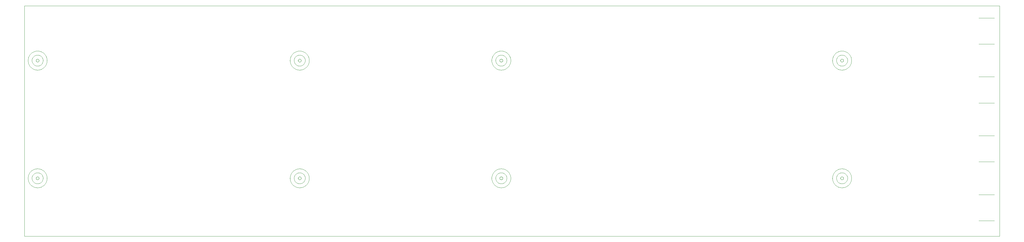
<source format=gbs>
*%FSLAX23Y23*%
*%MOIN*%
G01*
D11*
X4162Y5727D02*
X15879D01*
Y8502D02*
X4162D01*
Y5727D01*
X15879D02*
Y8502D01*
D25*
X15651Y5774D02*
D03*
X15442Y8042D02*
D03*
Y7325D02*
D03*
X15540Y7050D02*
D03*
X15577Y7325D02*
D03*
X15540Y7766D02*
D03*
X15577Y8042D02*
D03*
X15576Y8361D02*
D03*
Y7644D02*
D03*
Y6936D02*
D03*
X15442Y6617D02*
D03*
Y5912D02*
D03*
X15577Y5912D02*
D03*
X15540Y6341D02*
D03*
X15577Y6616D02*
D03*
X15576Y6231D02*
D03*
X15268Y7136D02*
D03*
X15268Y7853D02*
D03*
X15280Y5995D02*
D03*
X15268Y6428D02*
D03*
X15048Y7747D02*
D03*
Y7034D02*
D03*
X15154Y7251D02*
D03*
X15154Y7967D02*
D03*
X15048Y6325D02*
D03*
X15154Y6542D02*
D03*
Y5837D02*
D03*
X14957Y7302D02*
D03*
Y7349D02*
D03*
X14957Y8018D02*
D03*
Y8066D02*
D03*
X14973Y7251D02*
D03*
Y7967D02*
D03*
X14957Y6640D02*
D03*
Y6593D02*
D03*
Y5888D02*
D03*
Y5936D02*
D03*
X14946Y6085D02*
D03*
X14973Y5837D02*
D03*
Y6542D02*
D03*
X14659Y7248D02*
D03*
X14649Y7377D02*
D03*
Y8092D02*
D03*
X14657Y6901D02*
D03*
X14650Y7992D02*
D03*
X14725Y7208D02*
D03*
Y7445D02*
D03*
Y7925D02*
D03*
X14727Y8161D02*
D03*
X14717Y7997D02*
D03*
X14718Y8087D02*
D03*
X14717Y7287D02*
D03*
X14716Y7369D02*
D03*
X14697Y7325D02*
D03*
X14697Y8042D02*
D03*
X14658Y6687D02*
D03*
X14661Y6537D02*
D03*
X14657Y6795D02*
D03*
X14664Y5831D02*
D03*
X14667Y5995D02*
D03*
X14726Y6734D02*
D03*
X14725Y6498D02*
D03*
Y5794D02*
D03*
X14718Y5866D02*
D03*
Y5958D02*
D03*
X14716Y6573D02*
D03*
X14715Y6660D02*
D03*
X14697Y6617D02*
D03*
Y5912D02*
D03*
X14726Y6030D02*
D03*
X14632Y6990D02*
D03*
X14463Y8092D02*
D03*
X14461Y7474D02*
D03*
X14472Y7906D02*
D03*
Y7824D02*
D03*
Y7740D02*
D03*
Y7551D02*
D03*
Y7992D02*
D03*
X14473Y7649D02*
D03*
X14549Y8092D02*
D03*
X14615Y7167D02*
D03*
X14564Y7321D02*
D03*
X14520Y6918D02*
D03*
X14516Y7017D02*
D03*
X14511Y7153D02*
D03*
Y7254D02*
D03*
X14564Y7992D02*
D03*
X14471Y6658D02*
D03*
X14472Y6050D02*
D03*
Y6285D02*
D03*
Y6415D02*
D03*
Y6533D02*
D03*
X14513Y5862D02*
D03*
X14606D02*
D03*
X14556Y6684D02*
D03*
X14557Y6801D02*
D03*
X14591Y6583D02*
D03*
X14609Y5963D02*
D03*
X14516D02*
D03*
X14471Y6175D02*
D03*
X14401Y6917D02*
D03*
X14395Y7153D02*
D03*
X14387Y7254D02*
D03*
X14398Y8065D02*
D03*
X14399Y7430D02*
D03*
X14372Y7994D02*
D03*
Y7645D02*
D03*
Y7741D02*
D03*
Y7552D02*
D03*
Y7825D02*
D03*
Y7907D02*
D03*
X14397Y7017D02*
D03*
X14319Y7529D02*
D03*
X14321Y7429D02*
D03*
X14258Y6641D02*
D03*
X14374Y5934D02*
D03*
X14414Y5876D02*
D03*
X14384Y6742D02*
D03*
X14372Y6414D02*
D03*
Y6050D02*
D03*
Y6286D02*
D03*
Y6535D02*
D03*
X14371Y6641D02*
D03*
X14373Y6177D02*
D03*
X14251Y6917D02*
D03*
X14111D02*
D03*
X14250Y7017D02*
D03*
X14111D02*
D03*
X14107Y7153D02*
D03*
X14248D02*
D03*
X14247Y7254D02*
D03*
X14106D02*
D03*
X14115Y8081D02*
D03*
X14196Y7529D02*
D03*
X14197Y7429D02*
D03*
X14108Y6742D02*
D03*
X14110Y6641D02*
D03*
X14256Y6742D02*
D03*
X13948Y6918D02*
D03*
X13946Y7017D02*
D03*
X13941Y7153D02*
D03*
X13943Y7254D02*
D03*
X13977Y8081D02*
D03*
X13915Y7529D02*
D03*
X14055D02*
D03*
X13916Y7429D02*
D03*
X14057D02*
D03*
X13949Y6641D02*
D03*
X13948Y6742D02*
D03*
X13735Y6917D02*
D03*
Y7017D02*
D03*
Y7153D02*
D03*
X13734Y7253D02*
D03*
X13728Y7529D02*
D03*
X13732Y7429D02*
D03*
X13847Y8129D02*
D03*
X13757Y7916D02*
D03*
X13735Y6641D02*
D03*
X13733Y6742D02*
D03*
X13702Y6030D02*
D03*
X13485Y8373D02*
D03*
Y8239D02*
D03*
Y8306D02*
D03*
X13639Y7798D02*
D03*
X13584Y7046D02*
D03*
X13501Y6967D02*
D03*
X13540Y7007D02*
D03*
X13501Y7046D02*
D03*
X13540Y7046D02*
D03*
X13501Y7085D02*
D03*
Y7203D02*
D03*
X13540Y7243D02*
D03*
Y7282D02*
D03*
X13501Y7479D02*
D03*
X13501Y7518D02*
D03*
X13540Y7558D02*
D03*
Y7597D02*
D03*
Y7085D02*
D03*
X13497Y8168D02*
D03*
X13639Y8133D02*
D03*
X13540Y7361D02*
D03*
X13651Y8010D02*
D03*
X13540Y7321D02*
D03*
Y7676D02*
D03*
X13580Y7125D02*
D03*
X13540Y6888D02*
D03*
X13501Y7636D02*
D03*
X13493Y5770D02*
D03*
X13595Y6483D02*
D03*
X13501Y6573D02*
D03*
Y6613D02*
D03*
Y6692D02*
D03*
Y6731D02*
D03*
X13540Y6770D02*
D03*
Y6810D02*
D03*
X13540Y6613D02*
D03*
X13501Y6652D02*
D03*
X13540Y6573D02*
D03*
X13548Y5790D02*
D03*
Y5857D02*
D03*
Y5924D02*
D03*
X13560Y5995D02*
D03*
X13556Y6066D02*
D03*
Y6136D02*
D03*
Y6211D02*
D03*
Y6282D02*
D03*
X13454Y7861D02*
D03*
X13316Y8136D02*
D03*
X13343Y7243D02*
D03*
X13462Y7676D02*
D03*
X13422D02*
D03*
X13383D02*
D03*
X13343Y7676D02*
D03*
X13462Y7046D02*
D03*
Y7243D02*
D03*
X13422Y6888D02*
D03*
X13304Y7440D02*
D03*
X13343Y7518D02*
D03*
X13304Y7125D02*
D03*
X13343D02*
D03*
X13343Y7085D02*
D03*
X13383D02*
D03*
X13462Y7479D02*
D03*
Y7203D02*
D03*
X13462Y7007D02*
D03*
X13304Y7676D02*
D03*
X13462Y7597D02*
D03*
X13422Y7558D02*
D03*
X13462Y7400D02*
D03*
X13383Y7518D02*
D03*
X13343Y6018D02*
D03*
X13462Y6652D02*
D03*
X13383Y6731D02*
D03*
X13462Y6534D02*
D03*
X13422Y6573D02*
D03*
X13383D02*
D03*
X13343D02*
D03*
X13304Y6613D02*
D03*
Y6692D02*
D03*
X13462Y6573D02*
D03*
X13422Y6613D02*
D03*
X13383D02*
D03*
X13343D02*
D03*
X13462Y6692D02*
D03*
X13422D02*
D03*
X13383Y6652D02*
D03*
X13343Y6652D02*
D03*
X13304Y6652D02*
D03*
X13343Y6692D02*
D03*
X13304Y6770D02*
D03*
X13462Y6770D02*
D03*
X13304Y6573D02*
D03*
X13225Y7321D02*
D03*
Y7282D02*
D03*
Y7243D02*
D03*
Y7203D02*
D03*
Y7164D02*
D03*
Y7125D02*
D03*
Y7085D02*
D03*
Y7046D02*
D03*
Y7007D02*
D03*
Y6967D02*
D03*
Y6888D02*
D03*
Y6928D02*
D03*
Y7361D02*
D03*
X13151Y7786D02*
D03*
X13158Y7869D02*
D03*
X13225Y8034D02*
D03*
X13265Y7440D02*
D03*
X13147Y6928D02*
D03*
X13107Y7361D02*
D03*
X13147D02*
D03*
X13186D02*
D03*
X13147Y7243D02*
D03*
Y7203D02*
D03*
Y7125D02*
D03*
Y7046D02*
D03*
Y7007D02*
D03*
X13107Y6967D02*
D03*
X13265Y7400D02*
D03*
X13186Y6888D02*
D03*
X13147D02*
D03*
Y7164D02*
D03*
Y7085D02*
D03*
X13107Y7282D02*
D03*
X13147D02*
D03*
X13107Y7243D02*
D03*
Y7164D02*
D03*
Y7085D02*
D03*
Y7046D02*
D03*
X13147Y6967D02*
D03*
X13107Y7007D02*
D03*
X13186Y7636D02*
D03*
X13147Y7479D02*
D03*
X13095Y6286D02*
D03*
X13158Y5814D02*
D03*
X13186Y6770D02*
D03*
X13225Y6731D02*
D03*
X13186Y6613D02*
D03*
X13265Y6692D02*
D03*
X13225Y6692D02*
D03*
X13186D02*
D03*
X13147Y6692D02*
D03*
X13107D02*
D03*
X13265Y6731D02*
D03*
X13186D02*
D03*
X13147Y6770D02*
D03*
X13107Y6731D02*
D03*
Y6770D02*
D03*
X13265Y6652D02*
D03*
X13225D02*
D03*
X13237Y5904D02*
D03*
X13127Y6286D02*
D03*
X13068Y7361D02*
D03*
Y7479D02*
D03*
Y7282D02*
D03*
Y6967D02*
D03*
Y7007D02*
D03*
Y7203D02*
D03*
Y7164D02*
D03*
Y7125D02*
D03*
Y7085D02*
D03*
Y7046D02*
D03*
Y6692D02*
D03*
X12950Y7440D02*
D03*
X12910D02*
D03*
Y7479D02*
D03*
Y7400D02*
D03*
X12950D02*
D03*
X12910Y7597D02*
D03*
X12950Y7479D02*
D03*
X12910Y7636D02*
D03*
X12950Y7597D02*
D03*
Y7636D02*
D03*
X12910Y7825D02*
D03*
X12989Y6928D02*
D03*
X12910Y7361D02*
D03*
X12989Y6888D02*
D03*
X13029Y6967D02*
D03*
X12910D02*
D03*
X12910Y7558D02*
D03*
X12950Y7558D02*
D03*
X12950Y7518D02*
D03*
X12910Y7558D02*
D03*
X12950Y7518D02*
D03*
Y7558D02*
D03*
X13029Y7361D02*
D03*
X12950D02*
D03*
X13029Y7282D02*
D03*
X12989D02*
D03*
X12950D02*
D03*
X12910D02*
D03*
X12950Y6967D02*
D03*
X12989D02*
D03*
X12910Y7085D02*
D03*
Y7164D02*
D03*
X12950Y7125D02*
D03*
X12910D02*
D03*
X12950Y7046D02*
D03*
X12910Y7007D02*
D03*
X12950D02*
D03*
X13029D02*
D03*
X12989D02*
D03*
Y7046D02*
D03*
Y7085D02*
D03*
X13029Y7046D02*
D03*
X12950Y7085D02*
D03*
X12910Y7046D02*
D03*
X13029Y7243D02*
D03*
X12989D02*
D03*
X13029Y7203D02*
D03*
Y7164D02*
D03*
X12989Y7203D02*
D03*
X12950Y7243D02*
D03*
Y7203D02*
D03*
X12989Y7164D02*
D03*
X13029Y7125D02*
D03*
Y7085D02*
D03*
X12989Y7125D02*
D03*
X12950Y7164D02*
D03*
X12910Y7203D02*
D03*
Y7518D02*
D03*
X12891Y6109D02*
D03*
X13009Y6077D02*
D03*
X12989Y6416D02*
D03*
X12942Y6077D02*
D03*
X13029Y6770D02*
D03*
X13029Y6613D02*
D03*
X13029Y6692D02*
D03*
X12989D02*
D03*
X12950Y6692D02*
D03*
X12910D02*
D03*
X12989Y6731D02*
D03*
X12950Y6613D02*
D03*
X12910D02*
D03*
X13029Y6652D02*
D03*
X12989Y6652D02*
D03*
X12950D02*
D03*
X12910Y6652D02*
D03*
X12950Y6731D02*
D03*
X12989Y6570D02*
D03*
X12946Y5873D02*
D03*
Y5912D02*
D03*
X12918Y5932D02*
D03*
Y5892D02*
D03*
X13009Y6207D02*
D03*
X13032Y6227D02*
D03*
X13056Y6247D02*
D03*
X13060Y6286D02*
D03*
X12914Y6129D02*
D03*
X12938Y6148D02*
D03*
X12962Y6168D02*
D03*
X12985Y6188D02*
D03*
X12871Y7597D02*
D03*
Y7636D02*
D03*
X12714Y7479D02*
D03*
X12832D02*
D03*
X12879Y8121D02*
D03*
X12714Y7636D02*
D03*
X12851Y7723D02*
D03*
X12792Y7676D02*
D03*
X12879Y8199D02*
D03*
X12832Y6928D02*
D03*
X12871Y7282D02*
D03*
X12753Y7046D02*
D03*
Y7203D02*
D03*
Y7164D02*
D03*
X12832Y7125D02*
D03*
Y7164D02*
D03*
Y7203D02*
D03*
Y7007D02*
D03*
X12714Y7361D02*
D03*
Y7400D02*
D03*
X12753Y7636D02*
D03*
X12714Y7164D02*
D03*
X12714Y7125D02*
D03*
X12792Y7597D02*
D03*
X12832D02*
D03*
Y7636D02*
D03*
X12714Y7440D02*
D03*
X12753Y7479D02*
D03*
X12714Y7558D02*
D03*
X12753Y7518D02*
D03*
X12714Y7597D02*
D03*
X12753D02*
D03*
Y7636D02*
D03*
X12792Y7558D02*
D03*
X12832Y7518D02*
D03*
Y7558D02*
D03*
X12871Y7518D02*
D03*
Y7558D02*
D03*
X12714Y7518D02*
D03*
X12753Y7558D02*
D03*
X12832Y6888D02*
D03*
X12792D02*
D03*
X12753D02*
D03*
Y6928D02*
D03*
Y6967D02*
D03*
Y7007D02*
D03*
Y7085D02*
D03*
X12871Y7361D02*
D03*
X12753Y7321D02*
D03*
Y7282D02*
D03*
Y7243D02*
D03*
X12832Y7361D02*
D03*
X12792D02*
D03*
X12753D02*
D03*
X12832Y7085D02*
D03*
Y7046D02*
D03*
Y7243D02*
D03*
X12871Y6967D02*
D03*
Y7203D02*
D03*
Y7164D02*
D03*
Y7085D02*
D03*
Y7046D02*
D03*
Y7007D02*
D03*
X12832Y6967D02*
D03*
Y7282D02*
D03*
X12871Y7243D02*
D03*
X12792Y7636D02*
D03*
X12714Y7676D02*
D03*
X12761Y7999D02*
D03*
X12714Y7518D02*
D03*
X12792Y7479D02*
D03*
Y7597D02*
D03*
X12832D02*
D03*
X12757Y8318D02*
D03*
X12717Y8239D02*
D03*
X12757Y8199D02*
D03*
X12717D02*
D03*
Y8160D02*
D03*
X12757Y8357D02*
D03*
X12717D02*
D03*
X12710Y6266D02*
D03*
X12871Y6054D02*
D03*
X12871Y6692D02*
D03*
X12792Y6692D02*
D03*
X12753Y6731D02*
D03*
X12832Y6692D02*
D03*
X12714Y6534D02*
D03*
X12871Y6573D02*
D03*
X12832D02*
D03*
X12792Y6573D02*
D03*
X12871Y6613D02*
D03*
X12832D02*
D03*
X12792Y6652D02*
D03*
X12714Y6573D02*
D03*
X12792Y6613D02*
D03*
X12832Y6770D02*
D03*
X12847Y5814D02*
D03*
Y5853D02*
D03*
Y5991D02*
D03*
Y6030D02*
D03*
X12824Y5833D02*
D03*
Y5794D02*
D03*
Y6010D02*
D03*
Y5971D02*
D03*
X12517Y7636D02*
D03*
X12635Y7518D02*
D03*
Y7558D02*
D03*
X12556Y7597D02*
D03*
Y7636D02*
D03*
X12674Y7597D02*
D03*
Y7636D02*
D03*
X12595Y7558D02*
D03*
X12517Y7203D02*
D03*
X12517Y6888D02*
D03*
Y7007D02*
D03*
Y7125D02*
D03*
Y7282D02*
D03*
Y7321D02*
D03*
Y7558D02*
D03*
Y7558D02*
D03*
Y7479D02*
D03*
X12517Y7440D02*
D03*
X12517Y7400D02*
D03*
Y7597D02*
D03*
X12517Y7361D02*
D03*
Y7243D02*
D03*
X12639Y8081D02*
D03*
X12599Y8160D02*
D03*
X12560D02*
D03*
X12639Y8239D02*
D03*
X12580Y7888D02*
D03*
X12560Y8239D02*
D03*
X12595Y7636D02*
D03*
X12615Y7751D02*
D03*
X12635Y7321D02*
D03*
Y7243D02*
D03*
X12595D02*
D03*
X12595Y6888D02*
D03*
X12556D02*
D03*
Y6928D02*
D03*
X12595D02*
D03*
X12595Y7440D02*
D03*
X12674Y7361D02*
D03*
X12674Y7203D02*
D03*
Y7125D02*
D03*
X12635D02*
D03*
X12595D02*
D03*
X12556D02*
D03*
X12635Y7164D02*
D03*
X12595D02*
D03*
X12556D02*
D03*
X12635Y7203D02*
D03*
X12595D02*
D03*
X12556D02*
D03*
X12595Y7282D02*
D03*
X12556D02*
D03*
X12595Y7321D02*
D03*
X12556D02*
D03*
X12635Y7361D02*
D03*
X12595D02*
D03*
X12556D02*
D03*
X12635Y7400D02*
D03*
X12595D02*
D03*
X12556Y7400D02*
D03*
X12556Y7440D02*
D03*
X12674Y7558D02*
D03*
X12595Y7676D02*
D03*
X12635Y7597D02*
D03*
X12595D02*
D03*
X12556Y7518D02*
D03*
Y7518D02*
D03*
X12635Y7636D02*
D03*
X12556Y7243D02*
D03*
X12595Y7479D02*
D03*
X12674Y7440D02*
D03*
Y7518D02*
D03*
X12635Y7282D02*
D03*
X12599Y8199D02*
D03*
X12560Y8121D02*
D03*
X12595Y7007D02*
D03*
Y7518D02*
D03*
X12556Y7558D02*
D03*
X12595Y7597D02*
D03*
X12674Y7518D02*
D03*
Y7558D02*
D03*
X12635Y7597D02*
D03*
X12599Y8278D02*
D03*
X12560Y8357D02*
D03*
X12521Y8318D02*
D03*
X12639Y8199D02*
D03*
Y8318D02*
D03*
X12678Y8199D02*
D03*
Y8160D02*
D03*
Y8357D02*
D03*
X12517Y6692D02*
D03*
Y6731D02*
D03*
Y6810D02*
D03*
Y6849D02*
D03*
Y6613D02*
D03*
Y6573D02*
D03*
Y6652D02*
D03*
X12517Y6770D02*
D03*
X12556Y6692D02*
D03*
X12595Y6770D02*
D03*
X12595Y6692D02*
D03*
Y6731D02*
D03*
X12635Y6770D02*
D03*
X12556Y6770D02*
D03*
X12595Y6810D02*
D03*
X12556Y6810D02*
D03*
Y6849D02*
D03*
Y6613D02*
D03*
Y6573D02*
D03*
X12595Y6613D02*
D03*
X12556Y6652D02*
D03*
X12595D02*
D03*
X12595Y6573D02*
D03*
Y6849D02*
D03*
X12635Y6810D02*
D03*
X12635Y6613D02*
D03*
X12674Y6573D02*
D03*
X12635Y6652D02*
D03*
X12674Y6613D02*
D03*
X12635Y6731D02*
D03*
X12635Y6692D02*
D03*
X12674Y6652D02*
D03*
X12635Y6849D02*
D03*
X12556Y6731D02*
D03*
X12674Y6810D02*
D03*
X12662Y6109D02*
D03*
X12682Y6286D02*
D03*
X12643Y5892D02*
D03*
X12662Y6070D02*
D03*
Y6148D02*
D03*
Y6188D02*
D03*
X12686Y6247D02*
D03*
X12662Y6227D02*
D03*
X12666Y6030D02*
D03*
X12643Y6010D02*
D03*
X12619Y5991D02*
D03*
X12595Y5971D02*
D03*
X12572Y5951D02*
D03*
X12548Y5932D02*
D03*
X12525Y5912D02*
D03*
X12619Y5873D02*
D03*
X12595Y5853D02*
D03*
X12572Y5833D02*
D03*
X12548Y5814D02*
D03*
X12521Y5794D02*
D03*
X12690Y6050D02*
D03*
Y6089D02*
D03*
Y6129D02*
D03*
Y6168D02*
D03*
Y6207D02*
D03*
X12477Y7597D02*
D03*
X12442Y8003D02*
D03*
X12481Y8160D02*
D03*
X12403D02*
D03*
X12324D02*
D03*
Y8239D02*
D03*
X12438Y7719D02*
D03*
X12477Y7361D02*
D03*
X12363Y7440D02*
D03*
X12324Y7794D02*
D03*
X12438Y6888D02*
D03*
Y7046D02*
D03*
X12477Y6928D02*
D03*
Y6888D02*
D03*
Y7321D02*
D03*
Y7400D02*
D03*
Y7558D02*
D03*
Y7558D02*
D03*
Y7676D02*
D03*
Y7125D02*
D03*
X12363Y8121D02*
D03*
X12442D02*
D03*
X12481D02*
D03*
X12363Y8239D02*
D03*
X12442D02*
D03*
X12481D02*
D03*
X12477Y7046D02*
D03*
X12363Y7125D02*
D03*
X12438Y7203D02*
D03*
X12477Y7479D02*
D03*
X12387Y7381D02*
D03*
X12438Y7479D02*
D03*
X12477Y7636D02*
D03*
X12395Y7680D02*
D03*
X12403Y8278D02*
D03*
X12363Y8318D02*
D03*
X12481Y8357D02*
D03*
X12438Y7282D02*
D03*
X12442Y8357D02*
D03*
X12438Y7676D02*
D03*
X12477Y7203D02*
D03*
X12403Y6404D02*
D03*
X12332D02*
D03*
X12481Y6652D02*
D03*
X12438Y6613D02*
D03*
Y6731D02*
D03*
X12477Y6613D02*
D03*
X12477Y6692D02*
D03*
Y6731D02*
D03*
Y6849D02*
D03*
Y6573D02*
D03*
X12399Y6652D02*
D03*
X12438D02*
D03*
X12477Y6810D02*
D03*
X12438Y6573D02*
D03*
X12151Y7125D02*
D03*
X12265Y7794D02*
D03*
X12284Y8081D02*
D03*
X12127Y7144D02*
D03*
X12245Y8003D02*
D03*
X12166Y8239D02*
D03*
Y8199D02*
D03*
Y8278D02*
D03*
X12206Y8042D02*
D03*
Y8081D02*
D03*
Y8121D02*
D03*
X12284Y8239D02*
D03*
Y8278D02*
D03*
X12245D02*
D03*
Y8239D02*
D03*
Y8160D02*
D03*
Y8121D02*
D03*
X12284Y8239D02*
D03*
Y8199D02*
D03*
Y8160D02*
D03*
X12245Y8318D02*
D03*
Y8199D02*
D03*
X12206D02*
D03*
X12190Y6688D02*
D03*
X12241Y6680D02*
D03*
X11922Y7172D02*
D03*
X11997Y7396D02*
D03*
X12092Y8231D02*
D03*
X12056Y7333D02*
D03*
X11973Y8243D02*
D03*
Y8164D02*
D03*
Y8203D02*
D03*
X11934Y8243D02*
D03*
X11973Y8282D02*
D03*
X11934Y8203D02*
D03*
Y8321D02*
D03*
X11973D02*
D03*
Y8085D02*
D03*
X11934D02*
D03*
Y8125D02*
D03*
Y8007D02*
D03*
X12013Y8164D02*
D03*
X11973Y8361D02*
D03*
X12044Y7896D02*
D03*
X11934Y7967D02*
D03*
X12103Y8097D02*
D03*
X11942Y5904D02*
D03*
X11938Y6321D02*
D03*
X11954Y6140D02*
D03*
X11942Y5987D02*
D03*
X11895Y8243D02*
D03*
X11855Y8164D02*
D03*
Y8203D02*
D03*
X11816Y8164D02*
D03*
X11737D02*
D03*
X11749Y6853D02*
D03*
X11761Y7310D02*
D03*
Y7341D02*
D03*
X11769Y7038D02*
D03*
X11765Y7073D02*
D03*
X11773Y6999D02*
D03*
X11780Y6959D02*
D03*
X11737Y8243D02*
D03*
X11777Y8282D02*
D03*
X11816Y8243D02*
D03*
X11737Y8125D02*
D03*
X11816D02*
D03*
X11895Y8085D02*
D03*
X11737Y8361D02*
D03*
X11816Y8321D02*
D03*
X11895Y8164D02*
D03*
X11895Y8282D02*
D03*
X11855Y8282D02*
D03*
X11895Y8125D02*
D03*
X11816Y8007D02*
D03*
X11859Y7235D02*
D03*
X11733Y6723D02*
D03*
X11823Y6109D02*
D03*
X11802Y6691D02*
D03*
X11840Y6786D02*
D03*
X11832Y6833D02*
D03*
X11800Y6790D02*
D03*
X11863Y6117D02*
D03*
X11899Y6384D02*
D03*
X11832Y5849D02*
D03*
Y5947D02*
D03*
X11859Y6156D02*
D03*
X11903Y6093D02*
D03*
X11867Y5932D02*
D03*
X11800Y6321D02*
D03*
X11536Y7833D02*
D03*
X11540Y8243D02*
D03*
Y8085D02*
D03*
X11658Y8164D02*
D03*
X11580D02*
D03*
X11698Y8046D02*
D03*
X11698Y8243D02*
D03*
X11619D02*
D03*
X11540Y8125D02*
D03*
X11619Y8125D02*
D03*
X11698D02*
D03*
X11580Y8243D02*
D03*
X11540Y8203D02*
D03*
Y8164D02*
D03*
X11580Y8321D02*
D03*
X11540Y8282D02*
D03*
X11580Y8007D02*
D03*
X11619Y8282D02*
D03*
Y7967D02*
D03*
X11698Y8007D02*
D03*
X11658Y7967D02*
D03*
X11698Y8361D02*
D03*
X11560Y7314D02*
D03*
X11674Y7345D02*
D03*
X11566Y7465D02*
D03*
X11567Y6983D02*
D03*
X11521Y6845D02*
D03*
Y6719D02*
D03*
X11710Y5896D02*
D03*
X11609Y5952D02*
D03*
Y5901D02*
D03*
X11662Y6066D02*
D03*
X11710Y6010D02*
D03*
X11611Y6672D02*
D03*
X11559Y6219D02*
D03*
X11556Y6798D02*
D03*
X11712Y5814D02*
D03*
X11501Y8164D02*
D03*
X11501Y8243D02*
D03*
X11501Y8007D02*
D03*
X11501Y8203D02*
D03*
X11509Y6688D02*
D03*
X11332Y7755D02*
D03*
X11422Y8282D02*
D03*
X11422Y8125D02*
D03*
Y8046D02*
D03*
Y8085D02*
D03*
X11462Y8282D02*
D03*
Y8164D02*
D03*
X11462Y8243D02*
D03*
Y8085D02*
D03*
Y8125D02*
D03*
X11422Y8243D02*
D03*
X11442Y6904D02*
D03*
Y7396D02*
D03*
X11485Y5987D02*
D03*
X11143Y8416D02*
D03*
X11135Y7384D02*
D03*
Y6908D02*
D03*
X11296Y8129D02*
D03*
X11162Y6908D02*
D03*
Y7384D02*
D03*
X11214Y7251D02*
D03*
X11261Y7951D02*
D03*
X11261Y7755D02*
D03*
X11237Y7353D02*
D03*
Y7278D02*
D03*
X11265Y7247D02*
D03*
X11237Y6896D02*
D03*
X11162Y7302D02*
D03*
X11296Y8199D02*
D03*
X11308Y7467D02*
D03*
Y6983D02*
D03*
X11214Y6774D02*
D03*
X11162Y6821D02*
D03*
X11237Y6798D02*
D03*
X11265Y6774D02*
D03*
X10993Y8416D02*
D03*
X11123Y7251D02*
D03*
X11029Y7321D02*
D03*
X11111Y7042D02*
D03*
X11111Y7519D02*
D03*
X11110Y8044D02*
D03*
X10962Y8085D02*
D03*
X10996Y7219D02*
D03*
X11032Y6865D02*
D03*
X11119Y7101D02*
D03*
X11111Y7566D02*
D03*
X10944Y5833D02*
D03*
X10934Y5901D02*
D03*
X11056Y6067D02*
D03*
X11048Y6188D02*
D03*
X10996Y6761D02*
D03*
X11083Y6219D02*
D03*
X11123Y6774D02*
D03*
X10808Y7066D02*
D03*
X10769Y7290D02*
D03*
X10800Y6991D02*
D03*
X10804Y6928D02*
D03*
X10828Y8066D02*
D03*
X10820Y6274D02*
D03*
X10887Y6066D02*
D03*
X10769Y6833D02*
D03*
X10540Y8160D02*
D03*
Y8105D02*
D03*
X10721Y8160D02*
D03*
X10631Y7951D02*
D03*
X10639Y6274D02*
D03*
X10729Y6066D02*
D03*
X10639Y6219D02*
D03*
X10438Y8066D02*
D03*
X10151Y8160D02*
D03*
X10151Y8105D02*
D03*
Y6963D02*
D03*
X10229Y7105D02*
D03*
X10332Y8160D02*
D03*
X10241Y7947D02*
D03*
X10190Y6963D02*
D03*
X9954Y7105D02*
D03*
X10032Y6963D02*
D03*
X9993D02*
D03*
X10111Y6963D02*
D03*
X10072Y6963D02*
D03*
X10119Y5959D02*
D03*
X9757Y6963D02*
D03*
X9836Y6963D02*
D03*
X9796D02*
D03*
X9914D02*
D03*
X9875D02*
D03*
X9560D02*
D03*
X9678Y7105D02*
D03*
X9639Y6963D02*
D03*
X9599Y6963D02*
D03*
X9717Y6963D02*
D03*
X9674Y6570D02*
D03*
X9651Y6097D02*
D03*
X9623D02*
D03*
X9717Y6310D02*
D03*
Y6278D02*
D03*
Y6215D02*
D03*
X9717Y6247D02*
D03*
X9717Y6341D02*
D03*
X9674Y6644D02*
D03*
X9403Y7105D02*
D03*
X9481Y6963D02*
D03*
X9442D02*
D03*
X9521D02*
D03*
X9369Y6702D02*
D03*
X9454Y6274D02*
D03*
X9446Y6388D02*
D03*
Y6070D02*
D03*
X9477D02*
D03*
X9509Y6070D02*
D03*
X9540Y6070D02*
D03*
X9450Y6207D02*
D03*
X9206Y7105D02*
D03*
X9284Y6963D02*
D03*
X9245D02*
D03*
X9324D02*
D03*
X9363Y6963D02*
D03*
X9198Y6010D02*
D03*
X9217Y6412D02*
D03*
Y6365D02*
D03*
X9347Y6337D02*
D03*
X9351Y6070D02*
D03*
X9328Y6274D02*
D03*
X9312Y6243D02*
D03*
X9300Y6207D02*
D03*
X9088Y7105D02*
D03*
X9127Y6975D02*
D03*
X9166D02*
D03*
X9060Y6534D02*
D03*
X9131D02*
D03*
X6651Y7400D02*
D03*
X6690Y7550D02*
D03*
X6595Y7451D02*
D03*
X6623Y7428D02*
D03*
X5561Y7916D02*
D03*
X5473Y7026D02*
D03*
X5536Y7203D02*
D03*
X5323Y7667D02*
D03*
Y7130D02*
D03*
X5371Y6999D02*
D03*
X5308Y6896D02*
D03*
X5340Y6849D02*
D03*
X5371Y6802D02*
D03*
X5068Y7400D02*
D03*
X5060Y6947D02*
D03*
X5210Y7168D02*
D03*
X5208Y7712D02*
D03*
X5233Y6703D02*
D03*
X4969Y7861D02*
D03*
Y7999D02*
D03*
X5001Y6900D02*
D03*
X5056Y6751D02*
D03*
X4812Y7196D02*
D03*
X4808Y7652D02*
D03*
X4851Y6900D02*
D03*
X4843Y7755D02*
D03*
X4813Y6652D02*
D03*
X4473Y7235D02*
D03*
X4654Y7719D02*
D03*
X4572Y6947D02*
D03*
X4568Y7050D02*
D03*
Y7251D02*
D03*
Y7400D02*
D03*
X4564Y7601D02*
D03*
X4501Y6983D02*
D03*
X4536Y6884D02*
D03*
X4532Y7369D02*
D03*
X4501Y7286D02*
D03*
X4568Y7503D02*
D03*
X4592Y7896D02*
D03*
X4576Y6755D02*
D03*
Y6849D02*
D03*
X4466Y7022D02*
D03*
D35*
X13870Y7843D02*
X13872D01*
X13870D02*
X13871Y7832D01*
X13873Y7821D01*
X13875Y7811D01*
X13879Y7800D01*
X13883Y7791D01*
X13889Y7781D01*
X13895Y7772D01*
X13902Y7764D01*
X13910Y7756D01*
X13919Y7750D01*
X13928Y7744D01*
X13937Y7739D01*
X13948Y7735D01*
X13958Y7732D01*
X13969Y7730D01*
X13980Y7729D01*
X13990D01*
X14001Y7730D01*
X14012Y7732D01*
X14022Y7735D01*
X14033Y7739D01*
X14042Y7744D01*
X14051Y7750D01*
X14060Y7756D01*
X14068Y7764D01*
X14075Y7772D01*
X14081Y7781D01*
X14087Y7791D01*
X14091Y7800D01*
X14095Y7811D01*
X14097Y7821D01*
X14099Y7832D01*
X14100Y7843D01*
X14100D01*
X14100D02*
X14099Y7854D01*
X14097Y7865D01*
X14095Y7875D01*
X14091Y7886D01*
X14087Y7895D01*
X14081Y7905D01*
X14075Y7914D01*
X14068Y7922D01*
X14060Y7930D01*
X14051Y7936D01*
X14042Y7942D01*
X14033Y7947D01*
X14022Y7951D01*
X14012Y7954D01*
X14001Y7956D01*
X13990Y7957D01*
X13980D01*
X13969Y7956D01*
X13958Y7954D01*
X13948Y7951D01*
X13937Y7947D01*
X13928Y7942D01*
X13919Y7936D01*
X13910Y7930D01*
X13902Y7922D01*
X13895Y7914D01*
X13889Y7905D01*
X13883Y7895D01*
X13879Y7886D01*
X13875Y7875D01*
X13873Y7865D01*
X13871Y7854D01*
X13870Y7843D01*
X13918D02*
X13920D01*
X13918D02*
X13919Y7833D01*
X13921Y7823D01*
X13925Y7814D01*
X13930Y7806D01*
X13936Y7798D01*
X13944Y7791D01*
X13952Y7785D01*
X13961Y7781D01*
X13970Y7778D01*
X13980Y7777D01*
X13990D01*
X14000Y7778D01*
X14009Y7781D01*
X14018Y7785D01*
X14026Y7791D01*
X14034Y7798D01*
X14040Y7806D01*
X14045Y7814D01*
X14049Y7823D01*
X14051Y7833D01*
X14052Y7843D01*
X14052D01*
X14052D02*
X14051Y7853D01*
X14049Y7863D01*
X14045Y7872D01*
X14040Y7880D01*
X14034Y7888D01*
X14026Y7895D01*
X14018Y7901D01*
X14009Y7905D01*
X14000Y7908D01*
X13990Y7909D01*
X13980D01*
X13970Y7908D01*
X13961Y7905D01*
X13952Y7901D01*
X13944Y7895D01*
X13936Y7888D01*
X13930Y7880D01*
X13925Y7872D01*
X13921Y7863D01*
X13919Y7853D01*
X13918Y7843D01*
X13966D02*
X13968D01*
X13966D02*
X13968Y7837D01*
X13971Y7831D01*
X13976Y7827D01*
X13982Y7825D01*
X13988D01*
X13994Y7827D01*
X13999Y7831D01*
X14002Y7837D01*
X14004Y7843D01*
X14004D01*
X14004D02*
X14002Y7849D01*
X13999Y7855D01*
X13994Y7859D01*
X13988Y7861D01*
X13982D01*
X13976Y7859D01*
X13971Y7855D01*
X13968Y7849D01*
X13966Y7843D01*
X13870Y6426D02*
X13872D01*
X13870D02*
X13871Y6415D01*
X13873Y6404D01*
X13875Y6394D01*
X13879Y6383D01*
X13883Y6374D01*
X13889Y6364D01*
X13895Y6355D01*
X13902Y6347D01*
X13910Y6339D01*
X13919Y6333D01*
X13928Y6327D01*
X13937Y6322D01*
X13948Y6318D01*
X13958Y6315D01*
X13969Y6313D01*
X13980Y6312D01*
X13990D01*
X14001Y6313D01*
X14012Y6315D01*
X14022Y6318D01*
X14033Y6322D01*
X14042Y6327D01*
X14051Y6333D01*
X14060Y6339D01*
X14068Y6347D01*
X14075Y6355D01*
X14081Y6364D01*
X14087Y6374D01*
X14091Y6383D01*
X14095Y6394D01*
X14097Y6404D01*
X14099Y6415D01*
X14100Y6426D01*
X14100D01*
X14100D02*
X14099Y6437D01*
X14097Y6448D01*
X14095Y6458D01*
X14091Y6469D01*
X14087Y6478D01*
X14081Y6488D01*
X14075Y6497D01*
X14068Y6505D01*
X14060Y6513D01*
X14051Y6519D01*
X14042Y6525D01*
X14033Y6530D01*
X14022Y6534D01*
X14012Y6537D01*
X14001Y6539D01*
X13990Y6540D01*
X13980D01*
X13969Y6539D01*
X13958Y6537D01*
X13948Y6534D01*
X13937Y6530D01*
X13928Y6525D01*
X13919Y6519D01*
X13910Y6513D01*
X13902Y6505D01*
X13895Y6497D01*
X13889Y6488D01*
X13883Y6478D01*
X13879Y6469D01*
X13875Y6458D01*
X13873Y6448D01*
X13871Y6437D01*
X13870Y6426D01*
X13918D02*
X13920D01*
X13918D02*
X13919Y6416D01*
X13921Y6406D01*
X13925Y6397D01*
X13930Y6389D01*
X13936Y6381D01*
X13944Y6374D01*
X13952Y6368D01*
X13961Y6364D01*
X13970Y6361D01*
X13980Y6360D01*
X13990D01*
X14000Y6361D01*
X14009Y6364D01*
X14018Y6368D01*
X14026Y6374D01*
X14034Y6381D01*
X14040Y6389D01*
X14045Y6397D01*
X14049Y6406D01*
X14051Y6416D01*
X14052Y6426D01*
X14052D01*
X14052D02*
X14051Y6436D01*
X14049Y6446D01*
X14045Y6455D01*
X14040Y6463D01*
X14034Y6471D01*
X14026Y6478D01*
X14018Y6484D01*
X14009Y6488D01*
X14000Y6491D01*
X13990Y6492D01*
X13980D01*
X13970Y6491D01*
X13961Y6488D01*
X13952Y6484D01*
X13944Y6478D01*
X13936Y6471D01*
X13930Y6463D01*
X13925Y6455D01*
X13921Y6446D01*
X13919Y6436D01*
X13918Y6426D01*
X13966D02*
X13968D01*
X13966D02*
X13968Y6420D01*
X13971Y6414D01*
X13976Y6410D01*
X13982Y6408D01*
X13988D01*
X13994Y6410D01*
X13999Y6414D01*
X14002Y6420D01*
X14004Y6426D01*
X14004D01*
X14004D02*
X14002Y6432D01*
X13999Y6438D01*
X13994Y6442D01*
X13988Y6444D01*
X13982D01*
X13976Y6442D01*
X13971Y6438D01*
X13968Y6432D01*
X13966Y6426D01*
X9776Y7843D02*
X9778D01*
X9776D02*
X9777Y7832D01*
X9779Y7821D01*
X9781Y7811D01*
X9785Y7800D01*
X9789Y7791D01*
X9795Y7781D01*
X9801Y7772D01*
X9808Y7764D01*
X9816Y7756D01*
X9825Y7750D01*
X9834Y7744D01*
X9843Y7739D01*
X9854Y7735D01*
X9864Y7732D01*
X9875Y7730D01*
X9886Y7729D01*
X9896D01*
X9907Y7730D01*
X9918Y7732D01*
X9928Y7735D01*
X9939Y7739D01*
X9948Y7744D01*
X9957Y7750D01*
X9966Y7756D01*
X9974Y7764D01*
X9981Y7772D01*
X9987Y7781D01*
X9993Y7791D01*
X9997Y7800D01*
X10001Y7811D01*
X10003Y7821D01*
X10005Y7832D01*
X10006Y7843D01*
X10006D01*
X10006D02*
X10005Y7854D01*
X10003Y7865D01*
X10001Y7875D01*
X9997Y7886D01*
X9993Y7895D01*
X9987Y7905D01*
X9981Y7914D01*
X9974Y7922D01*
X9966Y7930D01*
X9957Y7936D01*
X9948Y7942D01*
X9939Y7947D01*
X9928Y7951D01*
X9918Y7954D01*
X9907Y7956D01*
X9896Y7957D01*
X9886D01*
X9875Y7956D01*
X9864Y7954D01*
X9854Y7951D01*
X9843Y7947D01*
X9834Y7942D01*
X9825Y7936D01*
X9816Y7930D01*
X9808Y7922D01*
X9801Y7914D01*
X9795Y7905D01*
X9789Y7895D01*
X9785Y7886D01*
X9781Y7875D01*
X9779Y7865D01*
X9777Y7854D01*
X9776Y7843D01*
X9824D02*
X9826D01*
X9824D02*
X9825Y7833D01*
X9827Y7823D01*
X9831Y7814D01*
X9836Y7806D01*
X9842Y7798D01*
X9850Y7791D01*
X9858Y7785D01*
X9867Y7781D01*
X9876Y7778D01*
X9886Y7777D01*
X9896D01*
X9906Y7778D01*
X9915Y7781D01*
X9924Y7785D01*
X9932Y7791D01*
X9940Y7798D01*
X9946Y7806D01*
X9951Y7814D01*
X9955Y7823D01*
X9957Y7833D01*
X9958Y7843D01*
X9958D01*
X9958D02*
X9957Y7853D01*
X9955Y7863D01*
X9951Y7872D01*
X9946Y7880D01*
X9940Y7888D01*
X9932Y7895D01*
X9924Y7901D01*
X9915Y7905D01*
X9906Y7908D01*
X9896Y7909D01*
X9886D01*
X9876Y7908D01*
X9867Y7905D01*
X9858Y7901D01*
X9850Y7895D01*
X9842Y7888D01*
X9836Y7880D01*
X9831Y7872D01*
X9827Y7863D01*
X9825Y7853D01*
X9824Y7843D01*
X9872D02*
X9874D01*
X9872D02*
X9874Y7837D01*
X9877Y7831D01*
X9882Y7827D01*
X9888Y7825D01*
X9894D01*
X9900Y7827D01*
X9905Y7831D01*
X9908Y7837D01*
X9910Y7843D01*
X9910D01*
X9910D02*
X9908Y7849D01*
X9905Y7855D01*
X9900Y7859D01*
X9894Y7861D01*
X9888D01*
X9882Y7859D01*
X9877Y7855D01*
X9874Y7849D01*
X9872Y7843D01*
X9776Y6426D02*
X9778D01*
X9776D02*
X9777Y6415D01*
X9779Y6404D01*
X9781Y6394D01*
X9785Y6383D01*
X9789Y6374D01*
X9795Y6364D01*
X9801Y6355D01*
X9808Y6347D01*
X9816Y6339D01*
X9825Y6333D01*
X9834Y6327D01*
X9843Y6322D01*
X9854Y6318D01*
X9864Y6315D01*
X9875Y6313D01*
X9886Y6312D01*
X9896D01*
X9907Y6313D01*
X9918Y6315D01*
X9928Y6318D01*
X9939Y6322D01*
X9948Y6327D01*
X9957Y6333D01*
X9966Y6339D01*
X9974Y6347D01*
X9981Y6355D01*
X9987Y6364D01*
X9993Y6374D01*
X9997Y6383D01*
X10001Y6394D01*
X10003Y6404D01*
X10005Y6415D01*
X10006Y6426D01*
X10006D01*
X10006D02*
X10005Y6437D01*
X10003Y6448D01*
X10001Y6458D01*
X9997Y6469D01*
X9993Y6478D01*
X9987Y6488D01*
X9981Y6497D01*
X9974Y6505D01*
X9966Y6513D01*
X9957Y6519D01*
X9948Y6525D01*
X9939Y6530D01*
X9928Y6534D01*
X9918Y6537D01*
X9907Y6539D01*
X9896Y6540D01*
X9886D01*
X9875Y6539D01*
X9864Y6537D01*
X9854Y6534D01*
X9843Y6530D01*
X9834Y6525D01*
X9825Y6519D01*
X9816Y6513D01*
X9808Y6505D01*
X9801Y6497D01*
X9795Y6488D01*
X9789Y6478D01*
X9785Y6469D01*
X9781Y6458D01*
X9779Y6448D01*
X9777Y6437D01*
X9776Y6426D01*
X9824D02*
X9826D01*
X9824D02*
X9825Y6416D01*
X9827Y6406D01*
X9831Y6397D01*
X9836Y6389D01*
X9842Y6381D01*
X9850Y6374D01*
X9858Y6368D01*
X9867Y6364D01*
X9876Y6361D01*
X9886Y6360D01*
X9896D01*
X9906Y6361D01*
X9915Y6364D01*
X9924Y6368D01*
X9932Y6374D01*
X9940Y6381D01*
X9946Y6389D01*
X9951Y6397D01*
X9955Y6406D01*
X9957Y6416D01*
X9958Y6426D01*
X9958D01*
X9958D02*
X9957Y6436D01*
X9955Y6446D01*
X9951Y6455D01*
X9946Y6463D01*
X9940Y6471D01*
X9932Y6478D01*
X9924Y6484D01*
X9915Y6488D01*
X9906Y6491D01*
X9896Y6492D01*
X9886D01*
X9876Y6491D01*
X9867Y6488D01*
X9858Y6484D01*
X9850Y6478D01*
X9842Y6471D01*
X9836Y6463D01*
X9831Y6455D01*
X9827Y6446D01*
X9825Y6436D01*
X9824Y6426D01*
X9872D02*
X9874D01*
X9872D02*
X9874Y6420D01*
X9877Y6414D01*
X9882Y6410D01*
X9888Y6408D01*
X9894D01*
X9900Y6410D01*
X9905Y6414D01*
X9908Y6420D01*
X9910Y6426D01*
X9910D01*
X9910D02*
X9908Y6432D01*
X9905Y6438D01*
X9900Y6442D01*
X9894Y6444D01*
X9888D01*
X9882Y6442D01*
X9877Y6438D01*
X9874Y6432D01*
X9872Y6426D01*
X7354Y7843D02*
X7356D01*
X7354D02*
X7355Y7832D01*
X7357Y7821D01*
X7359Y7811D01*
X7363Y7800D01*
X7367Y7791D01*
X7373Y7781D01*
X7379Y7772D01*
X7386Y7764D01*
X7394Y7756D01*
X7403Y7750D01*
X7412Y7744D01*
X7421Y7739D01*
X7432Y7735D01*
X7442Y7732D01*
X7453Y7730D01*
X7464Y7729D01*
X7474D01*
X7485Y7730D01*
X7496Y7732D01*
X7506Y7735D01*
X7517Y7739D01*
X7526Y7744D01*
X7535Y7750D01*
X7544Y7756D01*
X7552Y7764D01*
X7559Y7772D01*
X7565Y7781D01*
X7571Y7791D01*
X7575Y7800D01*
X7579Y7811D01*
X7581Y7821D01*
X7583Y7832D01*
X7584Y7843D01*
X7584D01*
X7584D02*
X7583Y7854D01*
X7581Y7865D01*
X7579Y7875D01*
X7575Y7886D01*
X7571Y7895D01*
X7565Y7905D01*
X7559Y7914D01*
X7552Y7922D01*
X7544Y7930D01*
X7535Y7936D01*
X7526Y7942D01*
X7517Y7947D01*
X7506Y7951D01*
X7496Y7954D01*
X7485Y7956D01*
X7474Y7957D01*
X7464D01*
X7453Y7956D01*
X7442Y7954D01*
X7432Y7951D01*
X7421Y7947D01*
X7412Y7942D01*
X7403Y7936D01*
X7394Y7930D01*
X7386Y7922D01*
X7379Y7914D01*
X7373Y7905D01*
X7367Y7895D01*
X7363Y7886D01*
X7359Y7875D01*
X7357Y7865D01*
X7355Y7854D01*
X7354Y7843D01*
X7402D02*
X7404D01*
X7402D02*
X7403Y7833D01*
X7405Y7823D01*
X7409Y7814D01*
X7414Y7806D01*
X7420Y7798D01*
X7428Y7791D01*
X7436Y7785D01*
X7445Y7781D01*
X7454Y7778D01*
X7464Y7777D01*
X7474D01*
X7484Y7778D01*
X7493Y7781D01*
X7502Y7785D01*
X7510Y7791D01*
X7518Y7798D01*
X7524Y7806D01*
X7529Y7814D01*
X7533Y7823D01*
X7535Y7833D01*
X7536Y7843D01*
X7536D01*
X7536D02*
X7535Y7853D01*
X7533Y7863D01*
X7529Y7872D01*
X7524Y7880D01*
X7518Y7888D01*
X7510Y7895D01*
X7502Y7901D01*
X7493Y7905D01*
X7484Y7908D01*
X7474Y7909D01*
X7464D01*
X7454Y7908D01*
X7445Y7905D01*
X7436Y7901D01*
X7428Y7895D01*
X7420Y7888D01*
X7414Y7880D01*
X7409Y7872D01*
X7405Y7863D01*
X7403Y7853D01*
X7402Y7843D01*
X7450D02*
X7452D01*
X7450D02*
X7452Y7837D01*
X7455Y7831D01*
X7460Y7827D01*
X7466Y7825D01*
X7472D01*
X7478Y7827D01*
X7483Y7831D01*
X7486Y7837D01*
X7488Y7843D01*
X7488D01*
X7488D02*
X7486Y7849D01*
X7483Y7855D01*
X7478Y7859D01*
X7472Y7861D01*
X7466D01*
X7460Y7859D01*
X7455Y7855D01*
X7452Y7849D01*
X7450Y7843D01*
X7354Y6426D02*
X7356D01*
X7354D02*
X7355Y6415D01*
X7357Y6404D01*
X7359Y6394D01*
X7363Y6383D01*
X7367Y6374D01*
X7373Y6364D01*
X7379Y6355D01*
X7386Y6347D01*
X7394Y6339D01*
X7403Y6333D01*
X7412Y6327D01*
X7421Y6322D01*
X7432Y6318D01*
X7442Y6315D01*
X7453Y6313D01*
X7464Y6312D01*
X7474D01*
X7485Y6313D01*
X7496Y6315D01*
X7506Y6318D01*
X7517Y6322D01*
X7526Y6327D01*
X7535Y6333D01*
X7544Y6339D01*
X7552Y6347D01*
X7559Y6355D01*
X7565Y6364D01*
X7571Y6374D01*
X7575Y6383D01*
X7579Y6394D01*
X7581Y6404D01*
X7583Y6415D01*
X7584Y6426D01*
X7584D01*
X7584D02*
X7583Y6437D01*
X7581Y6448D01*
X7579Y6458D01*
X7575Y6469D01*
X7571Y6478D01*
X7565Y6488D01*
X7559Y6497D01*
X7552Y6505D01*
X7544Y6513D01*
X7535Y6519D01*
X7526Y6525D01*
X7517Y6530D01*
X7506Y6534D01*
X7496Y6537D01*
X7485Y6539D01*
X7474Y6540D01*
X7464D01*
X7453Y6539D01*
X7442Y6537D01*
X7432Y6534D01*
X7421Y6530D01*
X7412Y6525D01*
X7403Y6519D01*
X7394Y6513D01*
X7386Y6505D01*
X7379Y6497D01*
X7373Y6488D01*
X7367Y6478D01*
X7363Y6469D01*
X7359Y6458D01*
X7357Y6448D01*
X7355Y6437D01*
X7354Y6426D01*
X7402D02*
X7404D01*
X7402D02*
X7403Y6416D01*
X7405Y6406D01*
X7409Y6397D01*
X7414Y6389D01*
X7420Y6381D01*
X7428Y6374D01*
X7436Y6368D01*
X7445Y6364D01*
X7454Y6361D01*
X7464Y6360D01*
X7474D01*
X7484Y6361D01*
X7493Y6364D01*
X7502Y6368D01*
X7510Y6374D01*
X7518Y6381D01*
X7524Y6389D01*
X7529Y6397D01*
X7533Y6406D01*
X7535Y6416D01*
X7536Y6426D01*
X7536D01*
X7536D02*
X7535Y6436D01*
X7533Y6446D01*
X7529Y6455D01*
X7524Y6463D01*
X7518Y6471D01*
X7510Y6478D01*
X7502Y6484D01*
X7493Y6488D01*
X7484Y6491D01*
X7474Y6492D01*
X7464D01*
X7454Y6491D01*
X7445Y6488D01*
X7436Y6484D01*
X7428Y6478D01*
X7420Y6471D01*
X7414Y6463D01*
X7409Y6455D01*
X7405Y6446D01*
X7403Y6436D01*
X7402Y6426D01*
X7450D02*
X7452D01*
X7450D02*
X7452Y6420D01*
X7455Y6414D01*
X7460Y6410D01*
X7466Y6408D01*
X7472D01*
X7478Y6410D01*
X7483Y6414D01*
X7486Y6420D01*
X7488Y6426D01*
X7488D01*
X7488D02*
X7486Y6432D01*
X7483Y6438D01*
X7478Y6442D01*
X7472Y6444D01*
X7466D01*
X7460Y6442D01*
X7455Y6438D01*
X7452Y6432D01*
X7450Y6426D01*
X4206Y7843D02*
X4206D01*
X4206D02*
X4206Y7832D01*
X4208Y7821D01*
X4210Y7811D01*
X4214Y7800D01*
X4218Y7791D01*
X4224Y7781D01*
X4230Y7772D01*
X4237Y7764D01*
X4245Y7756D01*
X4254Y7750D01*
X4263Y7744D01*
X4272Y7739D01*
X4283Y7735D01*
X4293Y7732D01*
X4304Y7730D01*
X4315Y7729D01*
X4325D01*
X4336Y7730D01*
X4347Y7732D01*
X4357Y7735D01*
X4368Y7739D01*
X4377Y7744D01*
X4386Y7750D01*
X4395Y7756D01*
X4403Y7764D01*
X4410Y7772D01*
X4416Y7781D01*
X4422Y7791D01*
X4426Y7800D01*
X4430Y7811D01*
X4432Y7821D01*
X4434Y7832D01*
X4434Y7843D01*
X4436D01*
X4434D02*
X4434Y7854D01*
X4432Y7865D01*
X4430Y7875D01*
X4426Y7886D01*
X4422Y7895D01*
X4416Y7905D01*
X4410Y7914D01*
X4403Y7922D01*
X4395Y7930D01*
X4386Y7936D01*
X4377Y7942D01*
X4368Y7947D01*
X4357Y7951D01*
X4347Y7954D01*
X4336Y7956D01*
X4325Y7957D01*
X4315D01*
X4304Y7956D01*
X4293Y7954D01*
X4283Y7951D01*
X4272Y7947D01*
X4263Y7942D01*
X4254Y7936D01*
X4245Y7930D01*
X4237Y7922D01*
X4230Y7914D01*
X4224Y7905D01*
X4218Y7895D01*
X4214Y7886D01*
X4210Y7875D01*
X4208Y7865D01*
X4206Y7854D01*
X4206Y7843D01*
X4254D02*
X4254D01*
X4254D02*
X4254Y7833D01*
X4256Y7823D01*
X4260Y7814D01*
X4265Y7806D01*
X4271Y7798D01*
X4279Y7791D01*
X4287Y7785D01*
X4296Y7781D01*
X4305Y7778D01*
X4315Y7777D01*
X4325D01*
X4335Y7778D01*
X4344Y7781D01*
X4353Y7785D01*
X4361Y7791D01*
X4369Y7798D01*
X4375Y7806D01*
X4380Y7814D01*
X4384Y7823D01*
X4386Y7833D01*
X4386Y7843D01*
X4388D01*
X4386D02*
X4386Y7853D01*
X4384Y7863D01*
X4380Y7872D01*
X4375Y7880D01*
X4369Y7888D01*
X4361Y7895D01*
X4353Y7901D01*
X4344Y7905D01*
X4335Y7908D01*
X4325Y7909D01*
X4315D01*
X4305Y7908D01*
X4296Y7905D01*
X4287Y7901D01*
X4279Y7895D01*
X4271Y7888D01*
X4265Y7880D01*
X4260Y7872D01*
X4256Y7863D01*
X4254Y7853D01*
X4254Y7843D01*
X4302D02*
X4302D01*
X4302D02*
X4303Y7837D01*
X4306Y7831D01*
X4311Y7827D01*
X4317Y7825D01*
X4323D01*
X4329Y7827D01*
X4334Y7831D01*
X4337Y7837D01*
X4338Y7843D01*
X4340D01*
X4338D02*
X4337Y7849D01*
X4334Y7855D01*
X4329Y7859D01*
X4323Y7861D01*
X4317D01*
X4311Y7859D01*
X4306Y7855D01*
X4303Y7849D01*
X4302Y7843D01*
X4206Y6426D02*
X4206D01*
X4206D02*
X4206Y6415D01*
X4208Y6404D01*
X4210Y6394D01*
X4214Y6383D01*
X4218Y6374D01*
X4224Y6364D01*
X4230Y6355D01*
X4237Y6347D01*
X4245Y6339D01*
X4254Y6333D01*
X4263Y6327D01*
X4272Y6322D01*
X4283Y6318D01*
X4293Y6315D01*
X4304Y6313D01*
X4315Y6312D01*
X4325D01*
X4336Y6313D01*
X4347Y6315D01*
X4357Y6318D01*
X4368Y6322D01*
X4377Y6327D01*
X4386Y6333D01*
X4395Y6339D01*
X4403Y6347D01*
X4410Y6355D01*
X4416Y6364D01*
X4422Y6374D01*
X4426Y6383D01*
X4430Y6394D01*
X4432Y6404D01*
X4434Y6415D01*
X4434Y6426D01*
X4436D01*
X4434D02*
X4434Y6437D01*
X4432Y6448D01*
X4430Y6458D01*
X4426Y6469D01*
X4422Y6478D01*
X4416Y6488D01*
X4410Y6497D01*
X4403Y6505D01*
X4395Y6513D01*
X4386Y6519D01*
X4377Y6525D01*
X4368Y6530D01*
X4357Y6534D01*
X4347Y6537D01*
X4336Y6539D01*
X4325Y6540D01*
X4315D01*
X4304Y6539D01*
X4293Y6537D01*
X4283Y6534D01*
X4272Y6530D01*
X4263Y6525D01*
X4254Y6519D01*
X4245Y6513D01*
X4237Y6505D01*
X4230Y6497D01*
X4224Y6488D01*
X4218Y6478D01*
X4214Y6469D01*
X4210Y6458D01*
X4208Y6448D01*
X4206Y6437D01*
X4206Y6426D01*
X4254D02*
X4254D01*
X4254D02*
X4254Y6416D01*
X4256Y6406D01*
X4260Y6397D01*
X4265Y6389D01*
X4271Y6381D01*
X4279Y6374D01*
X4287Y6368D01*
X4296Y6364D01*
X4305Y6361D01*
X4315Y6360D01*
X4325D01*
X4335Y6361D01*
X4344Y6364D01*
X4353Y6368D01*
X4361Y6374D01*
X4369Y6381D01*
X4375Y6389D01*
X4380Y6397D01*
X4384Y6406D01*
X4386Y6416D01*
X4386Y6426D01*
X4388D01*
X4386D02*
X4386Y6436D01*
X4384Y6446D01*
X4380Y6455D01*
X4375Y6463D01*
X4369Y6471D01*
X4361Y6478D01*
X4353Y6484D01*
X4344Y6488D01*
X4335Y6491D01*
X4325Y6492D01*
X4315D01*
X4305Y6491D01*
X4296Y6488D01*
X4287Y6484D01*
X4279Y6478D01*
X4271Y6471D01*
X4265Y6463D01*
X4260Y6455D01*
X4256Y6446D01*
X4254Y6436D01*
X4254Y6426D01*
X4302D02*
X4302D01*
X4302D02*
X4303Y6420D01*
X4306Y6414D01*
X4311Y6410D01*
X4317Y6408D01*
X4323D01*
X4329Y6410D01*
X4334Y6414D01*
X4337Y6420D01*
X4338Y6426D01*
X4340D01*
X4338D02*
X4337Y6432D01*
X4334Y6438D01*
X4329Y6442D01*
X4323Y6444D01*
X4317D01*
X4311Y6442D01*
X4306Y6438D01*
X4303Y6432D01*
X4302Y6426D01*
D41*
X9469Y6592D02*
D03*
X9269D02*
D03*
X4370Y7535D02*
D03*
X4270Y7485D02*
D03*
X4370Y7435D02*
D03*
X4270Y7385D02*
D03*
X4370Y7335D02*
D03*
X4270Y7285D02*
D03*
X4370Y7235D02*
D03*
Y7135D02*
D03*
X4270Y7085D02*
D03*
X4370Y7035D02*
D03*
X4270Y6985D02*
D03*
X4370Y6935D02*
D03*
X4270Y6885D02*
D03*
X4370Y6835D02*
D03*
X4270Y6785D02*
D03*
X4370Y6735D02*
D03*
X4270Y6685D02*
D03*
X4370Y6635D02*
D03*
X4270Y7585D02*
D03*
Y7185D02*
D03*
D42*
X13127Y8432D02*
D03*
X12993D02*
D03*
X10320Y6459D02*
D03*
X10162D02*
D03*
X10241Y6345D02*
D03*
X10403Y6349D02*
D03*
D45*
X11684Y6345D02*
D03*
X11584D02*
D03*
X11484D02*
D03*
X11384D02*
D03*
X11284D02*
D03*
X11184D02*
D03*
X8495Y6184D02*
D03*
X8595D02*
D03*
X8695D02*
D03*
X8795D02*
D03*
X8895D02*
D03*
X8995D02*
D03*
D48*
X4342Y7641D02*
D03*
D62*
X14800Y8046D02*
D03*
X14730D02*
D03*
X14922Y8014D02*
D03*
X14852D02*
D03*
X14922Y8077D02*
D03*
X14852D02*
D03*
X14852Y7361D02*
D03*
X14922D02*
D03*
X14852Y7298D02*
D03*
X14922D02*
D03*
X14730Y7329D02*
D03*
X14800D02*
D03*
Y5916D02*
D03*
X14730D02*
D03*
X14922Y5884D02*
D03*
X14852D02*
D03*
X14922Y5947D02*
D03*
X14852D02*
D03*
X14730Y6621D02*
D03*
X14800D02*
D03*
X14852Y6589D02*
D03*
X14922D02*
D03*
X14852Y6652D02*
D03*
X14922D02*
D03*
X13599Y8373D02*
D03*
X13529D02*
D03*
X13599Y8306D02*
D03*
X13529D02*
D03*
X13599Y8239D02*
D03*
X13529D02*
D03*
X13599Y8168D02*
D03*
X13529D02*
D03*
X13599Y8026D02*
D03*
X13529D02*
D03*
X13599Y8097D02*
D03*
X13529D02*
D03*
X13599Y7947D02*
D03*
X13529D02*
D03*
X13599Y7877D02*
D03*
X13529D02*
D03*
X13033Y6904D02*
D03*
X13103D02*
D03*
X13108Y7199D02*
D03*
X13178D02*
D03*
X13108Y7121D02*
D03*
X13178D02*
D03*
X13151Y7416D02*
D03*
X13221D02*
D03*
X13662Y5790D02*
D03*
X13592D02*
D03*
X13662Y5857D02*
D03*
X13592D02*
D03*
X13662Y5924D02*
D03*
X13592D02*
D03*
X13662Y5995D02*
D03*
X13592D02*
D03*
X13662Y6066D02*
D03*
X13592D02*
D03*
X13662Y6136D02*
D03*
X13592D02*
D03*
X13662Y6215D02*
D03*
X13592D02*
D03*
X13662Y6286D02*
D03*
X13592D02*
D03*
X13183Y6810D02*
D03*
X13253D02*
D03*
X12174Y7333D02*
D03*
X12104D02*
D03*
X12135Y7396D02*
D03*
X12065D02*
D03*
X12770Y7424D02*
D03*
X12840D02*
D03*
X12801Y7199D02*
D03*
X12871D02*
D03*
X12801Y7121D02*
D03*
X12871D02*
D03*
X12876Y6904D02*
D03*
X12946D02*
D03*
X12262Y7719D02*
D03*
X12332D02*
D03*
X12758Y6810D02*
D03*
X12828D02*
D03*
X12951D02*
D03*
X13021D02*
D03*
X4962Y6900D02*
D03*
X4892D02*
D03*
D66*
X10619Y8373D02*
D03*
X10698D02*
D03*
X9883Y5920D02*
D03*
X9962D02*
D03*
D69*
X13064Y7244D02*
D03*
Y7314D02*
D03*
X13631Y7124D02*
D03*
Y7054D02*
D03*
X13599Y7797D02*
D03*
Y7727D02*
D03*
X13320Y6838D02*
D03*
Y6908D02*
D03*
X13300Y7248D02*
D03*
Y7318D02*
D03*
X13635Y6553D02*
D03*
Y6483D02*
D03*
X12194Y8388D02*
D03*
Y8325D02*
D03*
X12127Y8388D02*
D03*
Y8325D02*
D03*
X12914Y7244D02*
D03*
Y7314D02*
D03*
X12694Y7248D02*
D03*
Y7318D02*
D03*
X12674Y6911D02*
D03*
Y6841D02*
D03*
D81*
X11084Y6345D02*
D03*
X8395Y6184D02*
D03*
D88*
X15628Y7332D02*
X15817D01*
Y7646D02*
X15628D01*
Y8041D02*
X15817D01*
Y8355D02*
X15628D01*
Y5914D02*
X15817D01*
Y6228D02*
X15628D01*
Y6623D02*
X15817D01*
Y6937D02*
X15628D01*
D02*
M02*

</source>
